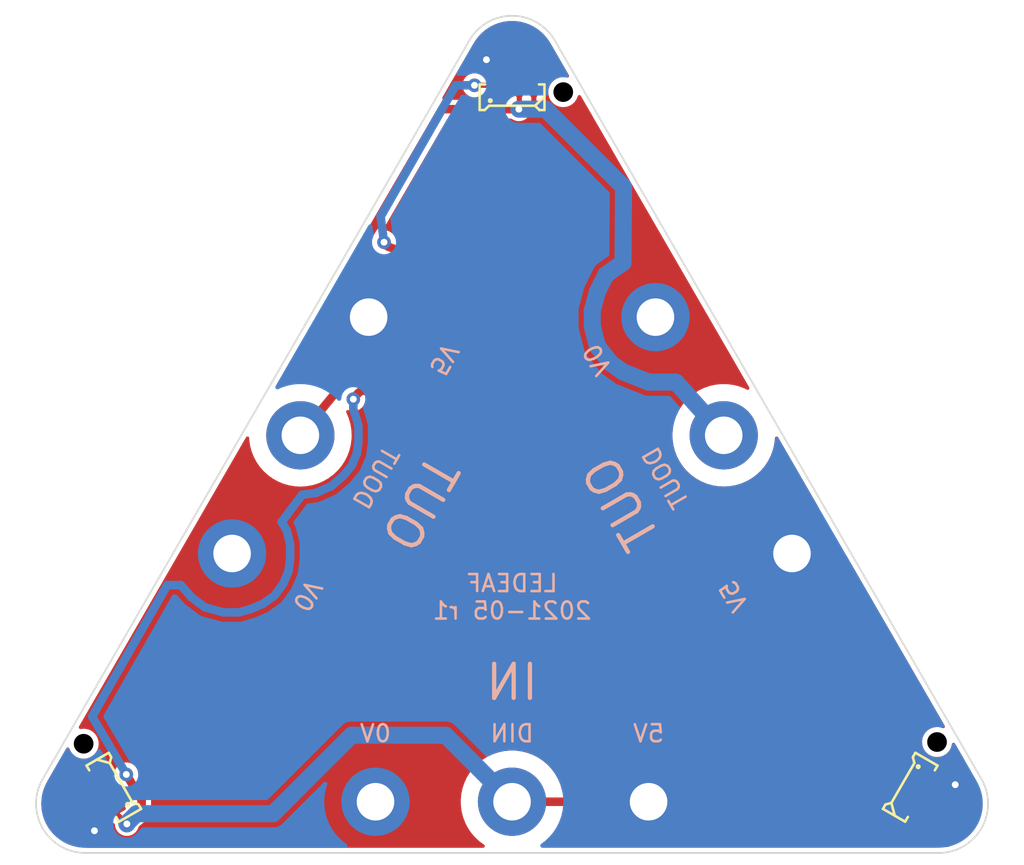
<source format=kicad_pcb>
(kicad_pcb (version 20210424) (generator pcbnew)
  (title_block (title "LEDEAF Triangle PCB") (date "2021-05-23") (rev "1") (comment 1 "Drawn By: AG"))
  (layers (0 "F.Cu" signal) (31 "B.Cu" signal) (34 "B.Paste" user) (35 "F.Paste" user) (36 "B.SilkS" user "B.Silkscreen") (37 "F.SilkS" user "F.Silkscreen") (38 "B.Mask" user) (39 "F.Mask" user) (44 "Edge.Cuts" user))
  (net 0 "")
  (net 1 "GND")
  (net 2 "5v")
  (net 3 "/DIN")
  (net 4 "/DOUT")
  (footprint "agg:M2.5_HOLE" (layer "F.Cu") (at 104.9 133.6)
    (fp_text reference "X3" hide)
    (fp_text value "TOOLING" hide)
    (pad "" np_thru_hole circle locked (at 0 0) (size 1.3 1.3) (drill 1.152) (layers *.Mask))
  )
  (footprint "agg:0402" (layer "F.Cu") (at 130 93 180)
    (fp_text reference "C3")
    (fp_text value "100n")
    (pad "1" smd rect locked (at -0.45 0 180) (size 0.62 0.62) (layers "F.Cu" "F.Paste" "F.Mask") (net 1 "GND"))
    (pad "2" smd rect locked (at 0.45 0 180) (size 0.62 0.62) (layers "F.Cu" "F.Paste" "F.Mask") (net 2 "5v"))
  )
  (footprint "agg:M2_PTH" (layer "F.Cu") (at 130 137)
    (fp_text reference "J2" hide)
    (fp_text value "DIN" hide)
    (pad "1" thru_hole circle locked (at 0 0) (size 4 4) (drill 2.2) (layers *.Cu *.Mask) (net 3 "/DIN") (clearance 1))
  )
  (footprint "agg:M2_PTH" (layer "F.Cu") (at 121.598076 108.591035)
    (fp_text reference "J6" hide)
    (fp_text value "5V" hide)
    (pad "1" thru_hole circle locked (at 0 0) (size 4 4) (drill 2.2) (layers *.Cu *.Mask) (net 2 "5v") (clearance 1))
  )
  (footprint "agg:WS2812B-4020" (layer "F.Cu") (at 153.331603 136.15 60)
    (fp_text reference "LED1")
    (fp_text value "WS2812B-4020")
    (fp_line (start 1.9 -0.75) (end 1.6 -0.75) (layer "F.SilkS") (width 0.15))
    (fp_line (start -1.9 0.75) (end -1.9 -0.75) (layer "F.SilkS") (width 0.15))
    (fp_line (start 1.9 0.75) (end 1.575 0.75) (layer "F.SilkS") (width 0.15))
    (fp_line (start 1.6 -0.75) (end 1.35 -0.5) (layer "F.SilkS") (width 0.15))
    (fp_line (start -1.6 -0.75) (end -1.35 -0.5) (layer "F.SilkS") (width 0.15))
    (fp_line (start -1.9 -0.75) (end -1.6 -0.75) (layer "F.SilkS") (width 0.15))
    (fp_line (start -1.35 -0.5) (end -1.9 0.05) (layer "F.SilkS") (width 0.15))
    (fp_line (start -1.35 -0.5) (end 1.35 -0.5) (layer "F.SilkS") (width 0.15))
    (fp_line (start 1.9 -0.75) (end 1.9 0.75) (layer "F.SilkS") (width 0.15))
    (fp_line (start -1.9 0.75) (end -1.575 0.75) (layer "F.SilkS") (width 0.15))
    (fp_circle (center 1.275 -0.2) (end 1.35 -0.2) (layer "F.SilkS") (width 0.15) (fill none))
    (pad "1" smd roundrect locked (at 1.275 0.65 60) (size 0.42 1.3) (layers "F.Cu" "F.Paste" "F.Mask") (net 3 "/DIN"))
    (pad "2" smd roundrect locked (at 0.425 0.65 60) (size 0.42 1.3) (layers "F.Cu" "F.Paste" "F.Mask") (net 2 "5v"))
    (pad "3" smd roundrect locked (at -0.425 0.65 60) (size 0.42 1.3) (layers "F.Cu" "F.Paste" "F.Mask"))
    (pad "4" smd roundrect locked (at -1.275 0.65 60) (size 0.42 1.3) (layers "F.Cu" "F.Paste" "F.Mask") (net 1 "GND"))
  )
  (footprint "agg:M2_PTH" (layer "F.Cu") (at 138 137)
    (fp_text reference "J3" hide)
    (fp_text value "5V" hide)
    (pad "1" thru_hole circle locked (at 0 0) (size 4 4) (drill 2.2) (layers *.Cu *.Mask) (net 2 "5v") (clearance 1))
  )
  (footprint "agg:M2_PTH" (layer "F.Cu") (at 122 137)
    (fp_text reference "J1" hide)
    (fp_text value "GND" hide)
    (pad "1" thru_hole circle locked (at 0 0) (size 4 4) (drill 2.2) (layers *.Cu *.Mask) (net 1 "GND") (clearance 1))
  )
  (footprint "agg:M2_PTH" (layer "F.Cu") (at 117.598076 115.519238)
    (fp_text reference "J5" hide)
    (fp_text value "DOUT" hide)
    (pad "1" thru_hole circle locked (at 0 0) (size 4 4) (drill 2.2) (layers *.Cu *.Mask) (net 4 "/DOUT") (clearance 1))
  )
  (footprint "agg:M2_PTH" (layer "F.Cu") (at 138.401924 108.591035)
    (fp_text reference "J7" hide)
    (fp_text value "GND" hide)
    (pad "1" thru_hole circle locked (at 0 0) (size 4 4) (drill 2.2) (layers *.Cu *.Mask) (net 1 "GND") (clearance 1))
  )
  (footprint "agg:M2_PTH" (layer "F.Cu") (at 142.401924 115.519238)
    (fp_text reference "J8" hide)
    (fp_text value "DOUT" hide)
    (pad "1" thru_hole circle locked (at 0 0) (size 4 4) (drill 2.2) (layers *.Cu *.Mask) (net 4 "/DOUT") (clearance 1))
  )
  (footprint "agg:WS2812B-4020" (layer "F.Cu") (at 106.668395 136.15 -60)
    (fp_text reference "LED2")
    (fp_text value "WS2812B-4020")
    (fp_line (start 1.9 -0.75) (end 1.6 -0.75) (layer "F.SilkS") (width 0.15))
    (fp_line (start -1.6 -0.75) (end -1.35 -0.5) (layer "F.SilkS") (width 0.15))
    (fp_line (start -1.9 0.75) (end -1.575 0.75) (layer "F.SilkS") (width 0.15))
    (fp_line (start -1.35 -0.5) (end -1.9 0.05) (layer "F.SilkS") (width 0.15))
    (fp_line (start 1.9 0.75) (end 1.575 0.75) (layer "F.SilkS") (width 0.15))
    (fp_line (start -1.9 0.75) (end -1.9 -0.75) (layer "F.SilkS") (width 0.15))
    (fp_line (start 1.6 -0.75) (end 1.35 -0.5) (layer "F.SilkS") (width 0.15))
    (fp_line (start -1.35 -0.5) (end 1.35 -0.5) (layer "F.SilkS") (width 0.15))
    (fp_line (start -1.9 -0.75) (end -1.6 -0.75) (layer "F.SilkS") (width 0.15))
    (fp_line (start 1.9 -0.75) (end 1.9 0.75) (layer "F.SilkS") (width 0.15))
    (fp_circle (center 1.275 -0.2) (end 1.35 -0.2) (layer "F.SilkS") (width 0.15) (fill none))
    (pad "1" smd roundrect locked (at 1.275 0.65 300) (size 0.42 1.3) (layers "F.Cu" "F.Paste" "F.Mask") (net 3 "/DIN"))
    (pad "2" smd roundrect locked (at 0.425 0.65 300) (size 0.42 1.3) (layers "F.Cu" "F.Paste" "F.Mask") (net 2 "5v"))
    (pad "3" smd roundrect locked (at -0.425 0.65 300) (size 0.42 1.3) (layers "F.Cu" "F.Paste" "F.Mask"))
    (pad "4" smd roundrect locked (at -1.275 0.65 300) (size 0.42 1.3) (layers "F.Cu" "F.Paste" "F.Mask") (net 1 "GND"))
  )
  (footprint "agg:WS2812B-4020" (layer "F.Cu") (at 130 95.7 180)
    (fp_text reference "LED3")
    (fp_text value "WS2812B-4020")
    (fp_line (start -1.35 -0.5) (end -1.9 0.05) (layer "F.SilkS") (width 0.15))
    (fp_line (start -1.35 -0.5) (end 1.35 -0.5) (layer "F.SilkS") (width 0.15))
    (fp_line (start 1.9 0.75) (end 1.575 0.75) (layer "F.SilkS") (width 0.15))
    (fp_line (start 1.9 -0.75) (end 1.6 -0.75) (layer "F.SilkS") (width 0.15))
    (fp_line (start -1.9 -0.75) (end -1.6 -0.75) (layer "F.SilkS") (width 0.15))
    (fp_line (start 1.6 -0.75) (end 1.35 -0.5) (layer "F.SilkS") (width 0.15))
    (fp_line (start -1.6 -0.75) (end -1.35 -0.5) (layer "F.SilkS") (width 0.15))
    (fp_line (start 1.9 -0.75) (end 1.9 0.75) (layer "F.SilkS") (width 0.15))
    (fp_line (start -1.9 0.75) (end -1.9 -0.75) (layer "F.SilkS") (width 0.15))
    (fp_line (start -1.9 0.75) (end -1.575 0.75) (layer "F.SilkS") (width 0.15))
    (fp_circle (center 1.275 -0.2) (end 1.35 -0.2) (layer "F.SilkS") (width 0.15) (fill none))
    (pad "1" smd roundrect locked (at 1.275 0.65 180) (size 0.42 1.3) (layers "F.Cu" "F.Paste" "F.Mask") (net 3 "/DIN"))
    (pad "2" smd roundrect locked (at 0.425 0.65 180) (size 0.42 1.3) (layers "F.Cu" "F.Paste" "F.Mask") (net 2 "5v"))
    (pad "3" smd roundrect locked (at -0.425 0.65 180) (size 0.42 1.3) (layers "F.Cu" "F.Paste" "F.Mask") (net 4 "/DOUT"))
    (pad "4" smd roundrect locked (at -1.275 0.65 180) (size 0.42 1.3) (layers "F.Cu" "F.Paste" "F.Mask") (net 1 "GND"))
  )
  (footprint "agg:0402" (layer "F.Cu") (at 104.330126 137.5 -60)
    (fp_text reference "C2")
    (fp_text value "100n")
    (pad "1" smd rect locked (at -0.45 0 300) (size 0.62 0.62) (layers "F.Cu" "F.Paste" "F.Mask") (net 1 "GND"))
    (pad "2" smd rect locked (at 0.45 0 300) (size 0.62 0.62) (layers "F.Cu" "F.Paste" "F.Mask") (net 2 "5v"))
  )
  (footprint "agg:M2_PTH" (layer "F.Cu") (at 113.598076 122.447441)
    (fp_text reference "J4" hide)
    (fp_text value "GND" hide)
    (pad "1" thru_hole circle locked (at 0 0) (size 4 4) (drill 2.2) (layers *.Cu *.Mask) (net 1 "GND") (clearance 1))
  )
  (footprint "agg:0402" (layer "F.Cu") (at 155.669873 137.5 60)
    (fp_text reference "C1")
    (fp_text value "100n")
    (pad "1" smd rect locked (at -0.45 0 60) (size 0.62 0.62) (layers "F.Cu" "F.Paste" "F.Mask") (net 1 "GND"))
    (pad "2" smd rect locked (at 0.45 0 60) (size 0.62 0.62) (layers "F.Cu" "F.Paste" "F.Mask") (net 2 "5v"))
  )
  (footprint "agg:M2.5_HOLE" (layer "F.Cu") (at 133 95.4)
    (fp_text reference "X2" hide)
    (fp_text value "TOOLING" hide)
    (pad "" np_thru_hole circle locked (at 0 0) (size 1.3 1.3) (drill 1.152) (layers *.Mask))
  )
  (footprint "agg:M2.5_HOLE" (layer "F.Cu") (at 154.9 133.5)
    (fp_text reference "X1" hide)
    (fp_text value "TOOLING" hide)
    (pad "" np_thru_hole circle locked (at 0 0) (size 1.3 1.3) (drill 1.152) (layers *.Mask))
  )
  (footprint "agg:M2_PTH" (layer "F.Cu") (at 146.401924 122.447441)
    (fp_text reference "J9" hide)
    (fp_text value "5V" hide)
    (pad "1" thru_hole circle locked (at 0 0) (size 4 4) (drill 2.2) (layers *.Cu *.Mask) (net 2 "5v") (clearance 1))
  )
  (gr_line (start 102.5 135.669873) (end 127.5 92.368603) (layer "Edge.Cuts") (width 0.1))
  (gr_arc (start 130 93.811978) (end 127.5 92.368603) (angle 120) (layer "Edge.Cuts") (width 0.1))
  (gr_line (start 105 140) (end 155 140) (layer "Edge.Cuts") (width 0.1))
  (gr_arc (start 155.000001 137.113248) (end 155 140) (angle -120) (layer "Edge.Cuts") (width 0.1))
  (gr_line (start 157.5 135.669873) (end 132.5 92.368603) (layer "Edge.Cuts") (width 0.1))
  (gr_arc (start 105 137.11325) (end 105 140) (angle 120) (layer "Edge.Cuts") (width 0.1))
  (gr_text "0V" (at 122 133) (layer "B.SilkS") (effects (font (size 1 1)) (justify mirror)))
  (gr_text "DOUT" (at 139 118 120) (layer "B.SilkS") (effects (font (size 1 1)) (justify mirror)))
  (gr_text "DOUT" (at 122 118 240) (layer "B.SilkS") (effects (font (size 1 1)) (justify mirror)))
  (gr_text "DIN" (at 130 133) (layer "B.SilkS") (effects (font (size 1 1)) (justify mirror)))
  (gr_text "5V" (at 138 133) (layer "B.SilkS") (effects (font (size 1 1)) (justify mirror)))
  (gr_text "0V" (at 118 124.928203 240) (layer "B.SilkS") (effects (font (size 1 1)) (justify mirror)))
  (gr_text "LEDEAF\n2021-05 r1" (at 130 125) (layer "B.SilkS") (effects (font (size 1 1)) (justify mirror)))
  (gr_text "IN" (at 130 130) (layer "B.SilkS") (effects (font (size 2 2) (thickness 0.25)) (justify mirror)))
  (gr_text "OUT" (at 124.598076 119.5 240) (layer "B.SilkS") (effects (font (size 2 2) (thickness 0.25)) (justify mirror)))
  (gr_text "5V" (at 143 124.928203 120) (layer "B.SilkS") (effects (font (size 1 1)) (justify mirror)))
  (gr_text "OUT" (at 136.401924 119.5 120) (layer "B.SilkS") (effects (font (size 2 2) (thickness 0.25)) (justify mirror)))
  (gr_text "5V" (at 126 111.071798 240) (layer "B.SilkS") (effects (font (size 1 1)) (justify mirror)))
  (gr_text "0V" (at 135 111.071797 120) (layer "B.SilkS") (effects (font (size 1 1)) (justify mirror)))
  (segment (start 105.433974 138.3) (end 105.533974 138.3) (width 0.3) (layer "F.Cu") (net 2))
  (segment (start 129 93) (end 128.5 93.5) (width 0.3) (layer "F.Cu") (net 2))
  (segment (start 154.489535 136.471152) (end 155.394873 136.471152) (width 0.3) (layer "F.Cu") (net 2))
  (segment (start 129.55 93) (end 129 93) (width 0.3) (layer "F.Cu") (net 2))
  (segment (start 155.894873 136.071152) (end 155.966025 136) (width 0.3) (layer "F.Cu") (net 2))
  (segment (start 106.265913 136.868061) (end 105.533974 137.6) (width 0.3) (layer "F.Cu") (net 2))
  (segment (start 105.133974 138) (end 105.433974 138.3) (width 0.3) (layer "F.Cu") (net 2))
  (segment (start 105.133974 138) (end 104.983974 138.15) (width 0.3) (layer "F.Cu") (net 2))
  (segment (start 155.894873 137.110289) (end 155.894873 136.471152) (width 0.3) (layer "F.Cu") (net 2))
  (segment (start 105.533974 137.6) (end 105.283974 137.85) (width 0.3) (layer "F.Cu") (net 2))
  (segment (start 155.894873 136.471152) (end 155.894873 136.071152) (width 0.3) (layer "F.Cu") (net 2))
  (segment (start 105.433974 138.3) (end 105.433974 138) (width 0.3) (layer "F.Cu") (net 2))
  (segment (start 106.274677 136.868061) (end 106.265913 136.868061) (width 0.3) (layer "F.Cu") (net 2))
  (segment (start 105.533974 138.3) (end 105.533974 137.6) (width 0.3) (layer "F.Cu") (net 2))
  (segment (start 105.283974 137.85) (end 105.133974 138) (width 0.3) (layer "F.Cu") (net 2))
  (segment (start 155.866025 136) (end 155.394873 136.471152) (width 0.3) (layer "F.Cu") (net 2))
  (segment (start 155.966025 136) (end 155.866025 136) (width 0.3) (layer "F.Cu") (net 2))
  (segment (start 129.575 93.025) (end 129.55 93) (width 0.3) (layer "F.Cu") (net 2))
  (segment (start 129.575 95) (end 129.575 93.025) (width 0.3) (layer "F.Cu") (net 2))
  (segment (start 104.983974 138.15) (end 105.533974 138.7) (width 0.3) (layer "F.Cu") (net 2))
  (segment (start 104.555126 137.889711) (end 104.723685 137.889711) (width 0.3) (layer "F.Cu") (net 2))
  (segment (start 154.150322 136.131939) (end 154.489535 136.471152) (width 0.3) (layer "F.Cu") (net 2))
  (segment (start 105.533974 138.7) (end 105.533974 138.3) (width 0.3) (layer "F.Cu") (net 2))
  (segment (start 105.433974 138) (end 105.283974 137.85) (width 0.3) (layer "F.Cu") (net 2))
  (segment (start 155.394873 136.471152) (end 155.894873 136.471152) (width 0.3) (layer "F.Cu") (net 2))
  (segment (start 104.723685 137.889711) (end 104.983974 138.15) (width 0.3) (layer "F.Cu") (net 2))
  (via (at 155.966025 136) (size 0.8) (drill 0.4) (layers "F.Cu" "B.Cu") (net 2))
  (via (at 128.5 93.5) (size 0.8) (drill 0.4) (layers "F.Cu" "B.Cu") (net 2))
  (via (at 105.533974 138.7) (size 0.8) (drill 0.4) (layers "F.Cu" "B.Cu") (net 2))
  (segment (start 136.813939 133.795354) (end 137.381783 133.606072) (width 0.5) (layer "F.Cu") (net 3))
  (segment (start 122.5 104.2) (end 122.514985 104.22997) (width 0.5) (layer "F.Cu") (net 3))
  (segment (start 154.9 135.1) (end 154.8 135.2) (width 0.3) (layer "F.Cu") (net 3))
  (segment (start 142.2 139.4) (end 155.5 139.4) (width 0.5) (layer "F.Cu") (net 3))
  (segment (start 125.8 108.6) (end 125.8 109.164466) (width 0.5) (layer "F.Cu") (net 3))
  (segment (start 125.8 108.04951) (end 125.8 108.6) (width 0.5) (layer "F.Cu") (net 3))
  (segment (start 120.949878 113.087653) (end 120.7 113.4) (width 0.5) (layer "F.Cu") (net 3))
  (segment (start 125.429418 106.573546) (end 125.582951 106.957378) (width 0.5) (layer "F.Cu") (net 3))
  (segment (start 140.2061 134.40488) (end 140.629833 134.743866) (width 0.5) (layer "F.Cu") (net 3))
  (segment (start 123.748096 112.325952) (end 123.05989 112.670055) (width 0.5) (layer "F.Cu") (net 3))
  (segment (start 137.41863 133.595343) (end 137.740285 133.514929) (width 0.5) (layer "F.Cu") (net 3))
  (segment (start 134.614257 136.257229) (end 134.8718 135.484599) (width 0.5) (layer "F.Cu") (net 3))
  (segment (start 130 137) (end 134.5 137) (width 0.5) (layer "F.Cu") (net 3))
  (segment (start 125.794975 109.235176) (end 125.711475 109.819677) (width 0.5) (layer "F.Cu") (net 3))
  (segment (start 154.77114 135.2) (end 154.575322 135.395818) (width 0.3) (layer "F.Cu") (net 3))
  (segment (start 122.934341 112.713132) (end 122.048548 112.89029) (width 0.5) (layer "F.Cu") (net 3))
  (segment (start 124.9 105.9) (end 125.349291 106.439149) (width 0.5) (layer "F.Cu") (net 3))
  (segment (start 107.4 135.4) (end 108.3 136.9) (width 0.5) (layer "F.Cu") (net 3))
  (segment (start 125.382733 110.525901) (end 125.016748 111.074878) (width 0.5) (layer "F.Cu") (net 3))
  (segment (start 125.663714 109.972573) (end 125.413921 110.472158) (width 0.5) (layer "F.Cu") (net 3))
  (segment (start 106.738156 137.604182) (end 107.433974 138.3) (width 0.3) (layer "F.Cu") (net 3))
  (segment (start 135.872635 134.256419) (end 136.265646 134.020612) (width 0.5) (layer "F.Cu") (net 3))
  (segment (start 123.130141 104.617224) (end 123.787951 104.993115) (width 0.5) (layer "F.Cu") (net 3))
  (segment (start 128.725 95) (end 127.8 95) (width 0.3) (layer "F.Cu") (net 3))
  (segment (start 106.699677 137.604182) (end 106.738156 137.604182) (width 0.3) (layer "F.Cu") (net 3))
  (segment (start 108.3 136.9) (end 108.3 137.6) (width 0.5) (layer "F.Cu") (net 3))
  (segment (start 156.8 135.6) (end 156.3 135.1) (width 0.3) (layer "F.Cu") (net 3))
  (segment (start 122.776503 104.470601) (end 123.067767 104.587107) (width 0.5) (layer "F.Cu") (net 3))
  (segment (start 138.140818 133.506803) (end 138.646686 133.591114) (width 0.5) (layer "F.Cu") (net 3))
  (segment (start 121.95049 112.9) (end 121.340312 112.9) (width 0.5) (layer "F.Cu") (net 3))
  (segment (start 157 137.9) (end 157 136.1) (width 0.3) (layer "F.Cu") (net 3))
  (segment (start 124.980351 111.122924) (end 124.427304 111.768145) (width 0.5) (layer "F.Cu") (net 3))
  (segment (start 155.5 139.4) (end 157 137.9) (width 0.5) (layer "F.Cu") (net 3))
  (segment (start 124.466957 105.380348) (end 124.9 105.9) (width 0.5) (layer "F.Cu") (net 3))
  (segment (start 123.812413 105.006207) (end 124.306452 105.253226) (width 0.5) (layer "F.Cu") (net 3))
  (segment (start 141.546447 138.746447) (end 142.2 139.4) (width 0.5) (layer "F.Cu") (net 3))
  (segment (start 141.014879 135.337199) (end 141.190502 135.776255) (width 0.5) (layer "F.Cu") (net 3))
  (segment (start 108.3 137.6) (end 107.433974 138.3) (width 0.5) (layer "F.Cu") (net 3))
  (segment (start 156.3 135.1) (end 154.9 135.1) (width 0.3) (layer "F.Cu") (net 3))
  (segment (start 125.609003 107.045015) (end 125.7 107.5) (width 0.5) (layer "F.Cu") (net 3))
  (segment (start 141.207026 135.82459) (end 141.380762 136.432667) (width 0.5) (layer "F.Cu") (net 3))
  (segment (start 154.575322 135.395818) (end 154.575322 135.390703) (width 0.3) (layer "F.Cu") (net 3))
  (segment (start 135.303201 134.896159) (end 135.745772 134.365073) (width 0.5) (layer "F.Cu") (net 3))
  (segment (start 137.861553 133.5) (end 138.058619 133.5) (width 0.5) (layer "F.Cu") (net 3))
  (segment (start 124.367768 111.82686) (end 123.844581 112.262849) (width 0.5) (layer "F.Cu") (net 3))
  (segment (start 157 136.1) (end 156.8 135.9) (width 0.3) (layer "F.Cu") (net 3))
  (segment (start 134.5 137) (end 134.593624 136.344632) (width 0.5) (layer "F.Cu") (net 3))
  (segment (start 125.7 107.5) (end 125.79029 107.951452) (width 0.5) (layer "F.Cu") (net 3))
  (segment (start 156.8 135.9) (end 156.8 135.6) (width 0.3) (layer "F.Cu") (net 3))
  (segment (start 139.836068 134.127051) (end 140.193752 134.395314) (width 0.5) (layer "F.Cu") (net 3))
  (segment (start 134.955708 135.330365) (end 135.296877 134.903904) (width 0.5) (layer "F.Cu") (net 3))
  (segment (start 139.218602 133.809301) (end 139.759675 134.079837) (width 0.5) (layer "F.Cu") (net 3))
  (segment (start 138.750182 133.620073) (end 139.18069 133.792276) (width 0.5) (layer "F.Cu") (net 3))
  (segment (start 154.8 135.2) (end 154.77114 135.2) (width 0.3) (layer "F.Cu") (net 3))
  (segment (start 141.4 136.570027) (end 141.4 138.392893) (width 0.5) (layer "F.Cu") (net 3))
  (segment (start 136.337199 133.985121) (end 136.786357 133.805457) (width 0.5) (layer "F.Cu") (net 3))
  (segment (start 140.746232 134.877053) (end 140.979388 135.265646) (width 0.5) (layer "F.Cu") (net 3))
  (via (at 107.433974 138.3) (size 0.8) (drill 0.4) (layers "F.Cu" "B.Cu") (net 3))
  (via (at 107.4 135.4) (size 0.8) (drill 0.4) (layers "F.Cu" "B.Cu") (net 3))
  (via (at 127.8 95) (size 0.8) (drill 0.4) (layers "F.Cu" "B.Cu") (net 3))
  (via (at 122.5 104.2) (size 0.8) (drill 0.4) (layers "F.Cu" "B.Cu") (net 3))
  (via (at 120.7 113.4) (size 0.8) (drill 0.4) (layers "F.Cu" "B.Cu") (net 3))
  (arc (start 136.786357 133.805457) (mid 136.800074 133.800203) (end 136.813939 133.795354) (width 0.5) (layer "F.Cu") (net 3))
  (arc (start 141.4 138.392893) (mid 141.43806 138.584235) (end 141.546447 138.746447) (width 0.5) (layer "F.Cu") (net 3))
  (arc (start 139.836068 134.127051) (mid 139.798934 134.101726) (end 139.759675 134.079837) (width 0.5) (layer "F.Cu") (net 3))
  (arc (start 124.306452 105.253226) (mid 124.393281 105.308483) (end 124.466957 105.380348) (width 0.5) (layer "F.Cu") (net 3))
  (arc (start 139.18069 133.792276) (mid 139.199823 133.800394) (end 139.218602 133.809301) (width 0.5) (layer "F.Cu") (net 3))
  (arc (start 120.949878 113.087653) (mid 121.123718 112.949349) (end 121.340312 112.9) (width 0.5) (layer "F.Cu") (net 3))
  (arc (start 125.609003 107.045015) (mid 125.597984 107.0006) (end 125.582951 106.957378) (width 0.5) (layer "F.Cu") (net 3))
  (arc (start 123.067767 104.587107) (mid 123.099476 104.601084) (end 123.130141 104.617224) (width 0.5) (layer "F.Cu") (net 3))
  (arc (start 125.8 108.04951) (mid 125.797567 108.000241) (end 125.79029 107.951452) (width 0.5) (layer "F.Cu") (net 3))
  (arc (start 138.750182 133.620073) (mid 138.699214 133.602805) (end 138.646686 133.591114) (width 0.5) (layer "F.Cu") (net 3))
  (arc (start 123.812413 105.006207) (mid 123.800091 104.999831) (end 123.787951 104.993115) (width 0.5) (layer "F.Cu") (net 3))
  (arc (start 141.014879 135.337199) (mid 140.998564 135.300713) (end 140.979388 135.265646) (width 0.5) (layer "F.Cu") (net 3))
  (arc (start 134.614257 136.257229) (mid 134.601974 136.300466) (end 134.593624 136.344632) (width 0.5) (layer "F.Cu") (net 3))
  (arc (start 124.980351 111.122924) (mid 124.999274 111.09945) (end 125.016748 111.074878) (width 0.5) (layer "F.Cu") (net 3))
  (arc (start 135.296877 134.903904) (mid 135.30002 134.900016) (end 135.303201 134.896159) (width 0.5) (layer "F.Cu") (net 3))
  (arc (start 140.2061 134.40488) (mid 140.199963 134.400049) (end 140.193752 134.395314) (width 0.5) (layer "F.Cu") (net 3))
  (arc (start 134.8718 135.484599) (mid 134.906931 135.40377) (end 134.955708 135.330365) (width 0.5) (layer "F.Cu") (net 3))
  (arc (start 137.41863 133.595343) (mid 137.400104 133.600354) (end 137.381783 133.606072) (width 0.5) (layer "F.Cu") (net 3))
  (arc (start 141.4 136.570027) (mid 141.395167 136.500677) (end 141.380762 136.432667) (width 0.5) (layer "F.Cu") (net 3))
  (arc (start 122.776503 104.470601) (mid 122.623644 104.374304) (end 122.514985 104.22997) (width 0.5) (layer "F.Cu") (net 3))
  (arc (start 138.058619 133.5) (mid 138.099859 133.501704) (end 138.140818 133.506803) (width 0.5) (layer "F.Cu") (net 3))
  (arc (start 124.367768 111.82686) (mid 124.398766 111.798749) (end 124.427304 111.768145) (width 0.5) (layer "F.Cu") (net 3))
  (arc (start 123.05989 112.670055) (mid 122.998551 112.695778) (end 122.934341 112.713132) (width 0.5) (layer "F.Cu") (net 3))
  (arc (start 125.429418 106.573546) (mid 125.394644 106.503194) (end 125.349291 106.439149) (width 0.5) (layer "F.Cu") (net 3))
  (arc (start 122.048548 112.89029) (mid 121.999759 112.897566) (end 121.95049 112.9) (width 0.5) (layer "F.Cu") (net 3))
  (arc (start 141.190502 135.776255) (mid 141.199382 135.800211) (end 141.207026 135.82459) (width 0.5) (layer "F.Cu") (net 3))
  (arc (start 137.861553 133.5) (mid 137.800461 133.503746) (end 137.740285 133.514929) (width 0.5) (layer "F.Cu") (net 3))
  (arc (start 125.413921 110.472158) (mid 125.399163 110.499514) (end 125.382733 110.525901) (width 0.5) (layer "F.Cu") (net 3))
  (arc (start 136.337199 133.985121) (mid 136.300713 134.001436) (end 136.265646 134.020612) (width 0.5) (layer "F.Cu") (net 3))
  (arc (start 125.8 109.164466) (mid 125.798742 109.19991) (end 125.794975 109.235176) (width 0.5) (layer "F.Cu") (net 3))
  (arc (start 123.748096 112.325952) (mid 123.798163 112.297191) (end 123.844581 112.262849) (width 0.5) (layer "F.Cu") (net 3))
  (arc (start 125.663714 109.972573) (mid 125.693757 109.89805) (end 125.711475 109.819677) (width 0.5) (layer "F.Cu") (net 3))
  (arc (start 135.872635 134.256419) (mid 135.804634 134.305411) (end 135.745772 134.365073) (width 0.5) (layer "F.Cu") (net 3))
  (arc (start 140.629833 134.743866) (mid 140.693969 134.805271) (end 140.746232 134.877053) (width 0.5) (layer "F.Cu") (net 3))
  (segment (start 127.8 95) (end 126.7 95) (width 0.5) (layer "B.Cu") (net 3))
  (segment (start 107.433974 138.3) (end 107.433974 138.266026) (width 1) (layer "B.Cu") (net 3))
  (segment (start 117 122.8) (end 116.9 123.5) (width 0.5) (layer "B.Cu") (net 3))
  (segment (start 119.4 118.5) (end 118.5 118.9) (width 0.5) (layer "B.Cu") (net 3))
  (segment (start 114.7 125.7) (end 114 125.9) (width 0.5) (layer "B.Cu") (net 3))
  (segment (start 120.6 117.3) (end 120.1 117.9) (width 0.5) (layer "B.Cu") (net 3))
  (segment (start 121 115.9) (end 120.9 116.6) (width 0.5) (layer "B.Cu") (net 3))
  (segment (start 112 125.6) (end 111.2 125) (width 0.5) (layer "B.Cu") (net 3))
  (segment (start 120.9 114.6) (end 121 115) (width 0.5) (layer "B.Cu") (net 3))
  (segment (start 120.7 114) (end 120.9 114.6) (width 0.5) (layer "B.Cu") (net 3))
  (segment (start 116.9 123.5) (end 116.6 124.2) (width 0.5) (layer "B.Cu") (net 3))
  (segment (start 114 125.9) (end 113.1 125.9) (width 0.5) (layer "B.Cu") (net 3))
  (segment (start 111.2 125) (end 110.6 124.3) (width 0.5) (layer "B.Cu") (net 3))
  (segment (start 116.6 124.2) (end 116.1 124.9) (width 0.5) (layer "B.Cu") (net 3))
  (segment (start 122.3 102.7) (end 122.5 104.2) (width 0.5) (layer "B.Cu") (net 3))
  (segment (start 126.1 133.1) (end 130 137) (width 1) (layer "B.Cu") (net 3))
  (segment (start 115.4 125.4) (end 114.7 125.7) (width 0.5) (layer "B.Cu") (net 3))
  (segment (start 110.6 124.3) (end 109.8 124.3) (width 0.5) (layer "B.Cu") (net 3))
  (segment (start 126.7 95) (end 122.3 102.7) (width 0.5) (layer "B.Cu") (net 3))
  (segment (start 105.4 132) (end 107.4 135.4) (width 0.5) (layer "B.Cu") (net 3))
  (segment (start 117.7 119) (end 116.5 120.6) (width 0.5) (layer "B.Cu") (net 3))
  (segment (start 120.6 133.1) (end 126.1 133.1) (width 1) (layer "B.Cu") (net 3))
  (segment (start 120.1 117.9) (end 119.4 118.5) (width 0.5) (layer "B.Cu") (net 3))
  (segment (start 116.8 121.1) (end 117 121.9) (width 0.5) (layer "B.Cu") (net 3))
  (segment (start 116.5 120.6) (end 116.8 121.1) (width 0.5) (layer "B.Cu") (net 3))
  (segment (start 116 137.7) (end 120.6 133.1) (width 1) (layer "B.Cu") (net 3))
  (segment (start 113.1 125.9) (end 112 125.6) (width 0.5) (layer "B.Cu") (net 3))
  (segment (start 117 121.9) (end 117 122.8) (width 0.5) (layer "B.Cu") (net 3))
  (segment (start 116.1 124.9) (end 115.4 125.4) (width 0.5) (layer "B.Cu") (net 3))
  (segment (start 120.9 116.6) (end 120.6 117.3) (width 0.5) (layer "B.Cu") (net 3))
  (segment (start 109.8 124.3) (end 105.4 132) (width 0.5) (layer "B.Cu") (net 3))
  (segment (start 108 137.7) (end 116 137.7) (width 1) (layer "B.Cu") (net 3))
  (segment (start 107.433974 138.266026) (end 108 137.7) (width 1) (layer "B.Cu") (net 3))
  (segment (start 120.7 113.4) (end 120.7 114) (width 0.5) (layer "B.Cu") (net 3))
  (segment (start 121 115) (end 121 115.9) (width 0.5) (layer "B.Cu") (net 3))
  (segment (start 118.5 118.9) (end 117.7 119) (width 0.5) (layer "B.Cu") (net 3))
  (segment (start 125.9 96.4) (end 121.9 103.3) (width 0.5) (layer "F.Cu") (net 4))
  (segment (start 124.882951 109.642622) (end 124.719335 110.051662) (width 0.5) (layer "F.Cu") (net 4))
  (segment (start 120.8 105.2) (end 121.2 105.1) (width 0.5) (layer "F.Cu") (net 4))
  (segment (start 124.613921 106.927842) (end 124.775454 107.250908) (width 0.5) (layer "F.Cu") (net 4))
  (segment (start 124.813312 107.353248) (end 124.897114 107.688457) (width 0.5) (layer "F.Cu") (net 4))
  (segment (start 123.427427 111.536287) (end 122.931782 111.784109) (width 0.5) (layer "F.Cu") (net 4))
  (segment (start 121.1 104.6) (end 121.9 103.3) (width 0.5) (layer "F.Cu") (net 4))
  (segment (start 123.641363 105.83309) (end 124.050433 106.160347) (width 0.5) (layer "F.Cu") (net 4))
  (segment (start 130.425 95) (end 130.425 96.375) (width 0.3) (layer "F.Cu") (net 4))
  (segment (start 122.32584 105.18764) (end 121.840818 105.106803) (width 0.5) (layer "F.Cu") (net 4))
  (segment (start 124.407698 106.611547) (end 124.582733 106.874099) (width 0.5) (layer "F.Cu") (net 4))
  (segment (start 130.4 96.4) (end 125.9 96.4) (width 0.5) (layer "F.Cu") (net 4))
  (segment (start 121.758619 105.1) (end 121.2 105.1) (width 0.5) (layer "F.Cu") (net 4))
  (segment (start 124.264991 110.735009) (end 123.557373 111.442627) (width 0.5) (layer "F.Cu") (net 4))
  (segment (start 125 108.24951) (end 125 109.05049) (width 0.5) (layer "F.Cu") (net 4))
  (segment (start 124.671122 110.143317) (end 124.327463 110.658805) (width 0.5) (layer "F.Cu") (net 4))
  (segment (start 121.2 105.1) (end 121.1 104.6) (width 0.5) (layer "F.Cu") (net 4))
  (segment (start 130.425 96.375) (end 130.4 96.4) (width 0.3) (layer "F.Cu") (net 4))
  (segment (start 124.138086 106.250781) (end 124.391673 106.588897) (width 0.5) (layer "F.Cu") (net 4))
  (segment (start 120.350005 112.181903) (end 117.598076 115.519238) (width 0.5) (layer "F.Cu") (net 4))
  (segment (start 122.218861 112) (end 120.735769 112) (width 0.5) (layer "F.Cu") (net 4))
  (segment (start 122.86629 111.811237) (end 122.376975 111.974342) (width 0.5) (layer "F.Cu") (net 4))
  (segment (start 124.99029 109.148548) (end 124.909003 109.554985) (width 0.5) (layer "F.Cu") (net 4))
  (segment (start 121.1 104.6) (end 120.8 105.2) (width 0.5) (layer "F.Cu") (net 4))
  (segment (start 122.467247 105.233623) (end 123.552622 105.776311) (width 0.5) (layer "F.Cu") (net 4))
  (segment (start 124.902333 107.711667) (end 124.99029 108.151452) (width 0.5) (layer "F.Cu") (net 4))
  (via (at 130.4 96.4) (size 0.8) (drill 0.4) (layers "F.Cu" "B.Cu") (net 4))
  (arc (start 124.902333 107.711667) (mid 124.899861 107.700031) (end 124.897114 107.688457) (width 0.5) (layer "F.Cu") (net 4))
  (arc (start 124.138086 106.250781) (mid 124.097118 106.202793) (end 124.050433 106.160347) (width 0.5) (layer "F.Cu") (net 4))
  (arc (start 124.99029 108.151452) (mid 124.997566 108.200241) (end 125 108.24951) (width 0.5) (layer "F.Cu") (net 4))
  (arc (start 123.427427 111.536287) (mid 123.496175 111.494695) (end 123.557373 111.442627) (width 0.5) (layer "F.Cu") (net 4))
  (arc (start 123.552622 105.776311) (mid 123.598492 105.802357) (end 123.641363 105.83309) (width 0.5) (layer "F.Cu") (net 4))
  (arc (start 124.582733 106.874099) (mid 124.599163 106.900485) (end 124.613921 106.927842) (width 0.5) (layer "F.Cu") (net 4))
  (arc (start 122.931782 111.784109) (mid 122.899517 111.798835) (end 122.86629 111.811237) (width 0.5) (layer "F.Cu") (net 4))
  (arc (start 122.218861 112) (mid 122.298952 111.993544) (end 122.376975 111.974342) (width 0.5) (layer "F.Cu") (net 4))
  (arc (start 124.719335 110.051662) (mid 124.697608 110.098741) (end 124.671122 110.143317) (width 0.5) (layer "F.Cu") (net 4))
  (arc (start 124.882951 109.642622) (mid 124.897984 109.5994) (end 124.909003 109.554985) (width 0.5) (layer "F.Cu") (net 4))
  (arc (start 124.813312 107.353248) (mid 124.797183 107.301042) (end 124.775454 107.250908) (width 0.5) (layer "F.Cu") (net 4))
  (arc (start 124.327463 110.658805) (mid 124.298109 110.69845) (end 124.264991 110.735009) (width 0.5) (layer "F.Cu") (net 4))
  (arc (start 124.99029 109.148548) (mid 124.997566 109.099759) (end 125 109.05049) (width 0.5) (layer "F.Cu") (net 4))
  (arc (start 120.350005 112.181903) (mid 120.522519 112.047757) (end 120.735769 112) (width 0.5) (layer "F.Cu") (net 4))
  (arc (start 122.467247 105.233623) (mid 122.398262 105.205345) (end 122.32584 105.18764) (width 0.5) (layer "F.Cu") (net 4))
  (arc (start 124.391673 106.588897) (mid 124.399843 106.600111) (end 124.407698 106.611547) (width 0.5) (layer "F.Cu") (net 4))
  (arc (start 121.758619 105.1) (mid 121.799859 105.101704) (end 121.840818 105.106803) (width 0.5) (layer "F.Cu") (net 4))
  (segment (start 139.6 112.4) (end 142.401924 115.519238) (width 1) (layer "B.Cu") (net 4))
  (segment (start 136.5 105.4) (end 136.532836 100.967164) (width 1) (layer "B.Cu") (net 4))
  (segment (start 135 110.3) (end 135.8 111.3) (width 1) (layer "B.Cu") (net 4))
  (segment (start 135.8 111.3) (end 136.5 111.8) (width 1) (layer "B.Cu") (net 4))
  (segment (start 138 112.4) (end 139.6 112.4) (width 1) (layer "B.Cu") (net 4))
  (segment (start 131.965672 96.4) (end 130.4 96.4) (width 1) (layer "B.Cu") (net 4))
  (segment (start 136.5 105.4) (end 135.5 106.1) (width 1) (layer "B.Cu") (net 4))
  (segment (start 136.532836 100.967164) (end 131.965672 96.4) (width 1) (layer "B.Cu") (net 4))
  (segment (start 134.7 108.2) (end 134.7 109.1) (width 1) (layer "B.Cu") (net 4))
  (segment (start 135 107.1) (end 134.7 108.2) (width 1) (layer "B.Cu") (net 4))
  (segment (start 136.5 111.8) (end 138 112.4) (width 1) (layer "B.Cu") (net 4))
  (segment (start 134.7 109.1) (end 135 110.3) (width 1) (layer "B.Cu") (net 4))
  (segment (start 135.5 106.1) (end 135 107.1) (width 1) (layer "B.Cu") (net 4))
  (zone (net 1) (net_name "GND") (layer "F.Cu") (connect_pads (clearance 0.3)) (min_thickness 0.2) (fill yes (thermal_gap 0.4) (thermal_bridge_width 0.3) (smoothing fillet) (radius 3))
    (polygon (pts (xy 160 140) (xy 100 140) (xy 100 90) (xy 160 90)))
  )
  (zone (net 2) (net_name "5v") (layer "B.Cu") (connect_pads (clearance 0.3)) (min_thickness 0.25) (fill yes (thermal_gap 0.5) (thermal_bridge_width 0.3) (smoothing fillet) (radius 3))
    (polygon (pts (xy 160 140) (xy 100 140) (xy 100 90) (xy 160 90)))
  )
)
</source>
